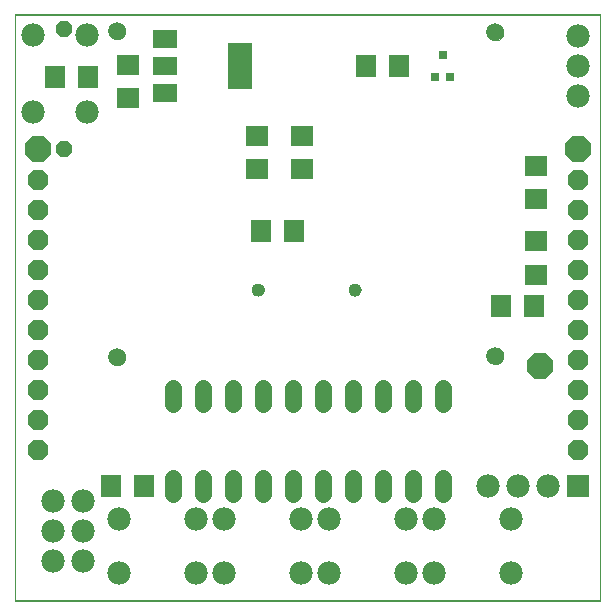
<source format=gbs>
G75*
G70*
%OFA0B0*%
%FSLAX24Y24*%
%IPPOS*%
%LPD*%
%AMOC8*
5,1,8,0,0,1.08239X$1,22.5*
%
%ADD10C,0.0000*%
%ADD11C,0.0434*%
%ADD12C,0.0591*%
%ADD13R,0.0749X0.0670*%
%ADD14OC8,0.0670*%
%ADD15R,0.0750X0.0670*%
%ADD16OC8,0.0890*%
%ADD17C,0.0560*%
%ADD18C,0.0780*%
%ADD19R,0.0670X0.0750*%
%ADD20R,0.0670X0.0749*%
%ADD21R,0.0780X0.0780*%
%ADD22OC8,0.0560*%
%ADD23R,0.0830X0.0630*%
%ADD24R,0.0830X0.1540*%
%ADD25R,0.0276X0.0257*%
D10*
X000736Y000100D02*
X000736Y019663D01*
X020252Y019663D01*
X020250Y019628D02*
X020250Y000128D01*
X000750Y000128D01*
X000750Y019628D01*
X020250Y019628D01*
X016477Y019071D02*
X016479Y019104D01*
X016485Y019136D01*
X016494Y019167D01*
X016507Y019197D01*
X016524Y019225D01*
X016544Y019251D01*
X016567Y019275D01*
X016592Y019295D01*
X016620Y019313D01*
X016649Y019327D01*
X016680Y019337D01*
X016712Y019344D01*
X016745Y019347D01*
X016778Y019346D01*
X016810Y019341D01*
X016841Y019332D01*
X016872Y019320D01*
X016900Y019304D01*
X016927Y019285D01*
X016951Y019263D01*
X016972Y019238D01*
X016991Y019211D01*
X017006Y019182D01*
X017017Y019152D01*
X017025Y019120D01*
X017029Y019087D01*
X017029Y019055D01*
X017025Y019022D01*
X017017Y018990D01*
X017006Y018960D01*
X016991Y018931D01*
X016972Y018904D01*
X016951Y018879D01*
X016927Y018857D01*
X016900Y018838D01*
X016872Y018822D01*
X016841Y018810D01*
X016810Y018801D01*
X016778Y018796D01*
X016745Y018795D01*
X016712Y018798D01*
X016680Y018805D01*
X016649Y018815D01*
X016620Y018829D01*
X016592Y018847D01*
X016567Y018867D01*
X016544Y018891D01*
X016524Y018917D01*
X016507Y018945D01*
X016494Y018975D01*
X016485Y019006D01*
X016479Y019038D01*
X016477Y019071D01*
X011871Y010489D02*
X011873Y010516D01*
X011879Y010543D01*
X011888Y010569D01*
X011901Y010593D01*
X011917Y010616D01*
X011936Y010635D01*
X011958Y010652D01*
X011982Y010666D01*
X012007Y010676D01*
X012034Y010683D01*
X012061Y010686D01*
X012089Y010685D01*
X012116Y010680D01*
X012142Y010672D01*
X012166Y010660D01*
X012189Y010644D01*
X012210Y010626D01*
X012227Y010605D01*
X012242Y010581D01*
X012253Y010556D01*
X012261Y010530D01*
X012265Y010503D01*
X012265Y010475D01*
X012261Y010448D01*
X012253Y010422D01*
X012242Y010397D01*
X012227Y010373D01*
X012210Y010352D01*
X012189Y010334D01*
X012167Y010318D01*
X012142Y010306D01*
X012116Y010298D01*
X012089Y010293D01*
X012061Y010292D01*
X012034Y010295D01*
X012007Y010302D01*
X011982Y010312D01*
X011958Y010326D01*
X011936Y010343D01*
X011917Y010362D01*
X011901Y010385D01*
X011888Y010409D01*
X011879Y010435D01*
X011873Y010462D01*
X011871Y010489D01*
X008643Y010489D02*
X008645Y010516D01*
X008651Y010543D01*
X008660Y010569D01*
X008673Y010593D01*
X008689Y010616D01*
X008708Y010635D01*
X008730Y010652D01*
X008754Y010666D01*
X008779Y010676D01*
X008806Y010683D01*
X008833Y010686D01*
X008861Y010685D01*
X008888Y010680D01*
X008914Y010672D01*
X008938Y010660D01*
X008961Y010644D01*
X008982Y010626D01*
X008999Y010605D01*
X009014Y010581D01*
X009025Y010556D01*
X009033Y010530D01*
X009037Y010503D01*
X009037Y010475D01*
X009033Y010448D01*
X009025Y010422D01*
X009014Y010397D01*
X008999Y010373D01*
X008982Y010352D01*
X008961Y010334D01*
X008939Y010318D01*
X008914Y010306D01*
X008888Y010298D01*
X008861Y010293D01*
X008833Y010292D01*
X008806Y010295D01*
X008779Y010302D01*
X008754Y010312D01*
X008730Y010326D01*
X008708Y010343D01*
X008689Y010362D01*
X008673Y010385D01*
X008660Y010409D01*
X008651Y010435D01*
X008645Y010462D01*
X008643Y010489D01*
X003879Y008245D02*
X003881Y008278D01*
X003887Y008310D01*
X003896Y008341D01*
X003909Y008371D01*
X003926Y008399D01*
X003946Y008425D01*
X003969Y008449D01*
X003994Y008469D01*
X004022Y008487D01*
X004051Y008501D01*
X004082Y008511D01*
X004114Y008518D01*
X004147Y008521D01*
X004180Y008520D01*
X004212Y008515D01*
X004243Y008506D01*
X004274Y008494D01*
X004302Y008478D01*
X004329Y008459D01*
X004353Y008437D01*
X004374Y008412D01*
X004393Y008385D01*
X004408Y008356D01*
X004419Y008326D01*
X004427Y008294D01*
X004431Y008261D01*
X004431Y008229D01*
X004427Y008196D01*
X004419Y008164D01*
X004408Y008134D01*
X004393Y008105D01*
X004374Y008078D01*
X004353Y008053D01*
X004329Y008031D01*
X004302Y008012D01*
X004274Y007996D01*
X004243Y007984D01*
X004212Y007975D01*
X004180Y007970D01*
X004147Y007969D01*
X004114Y007972D01*
X004082Y007979D01*
X004051Y007989D01*
X004022Y008003D01*
X003994Y008021D01*
X003969Y008041D01*
X003946Y008065D01*
X003926Y008091D01*
X003909Y008119D01*
X003896Y008149D01*
X003887Y008180D01*
X003881Y008212D01*
X003879Y008245D01*
X000736Y000100D02*
X020252Y000100D01*
X016477Y008284D02*
X016479Y008317D01*
X016485Y008349D01*
X016494Y008380D01*
X016507Y008410D01*
X016524Y008438D01*
X016544Y008464D01*
X016567Y008488D01*
X016592Y008508D01*
X016620Y008526D01*
X016649Y008540D01*
X016680Y008550D01*
X016712Y008557D01*
X016745Y008560D01*
X016778Y008559D01*
X016810Y008554D01*
X016841Y008545D01*
X016872Y008533D01*
X016900Y008517D01*
X016927Y008498D01*
X016951Y008476D01*
X016972Y008451D01*
X016991Y008424D01*
X017006Y008395D01*
X017017Y008365D01*
X017025Y008333D01*
X017029Y008300D01*
X017029Y008268D01*
X017025Y008235D01*
X017017Y008203D01*
X017006Y008173D01*
X016991Y008144D01*
X016972Y008117D01*
X016951Y008092D01*
X016927Y008070D01*
X016900Y008051D01*
X016872Y008035D01*
X016841Y008023D01*
X016810Y008014D01*
X016778Y008009D01*
X016745Y008008D01*
X016712Y008011D01*
X016680Y008018D01*
X016649Y008028D01*
X016620Y008042D01*
X016592Y008060D01*
X016567Y008080D01*
X016544Y008104D01*
X016524Y008130D01*
X016507Y008158D01*
X016494Y008188D01*
X016485Y008219D01*
X016479Y008251D01*
X016477Y008284D01*
X003879Y019111D02*
X003881Y019144D01*
X003887Y019176D01*
X003896Y019207D01*
X003909Y019237D01*
X003926Y019265D01*
X003946Y019291D01*
X003969Y019315D01*
X003994Y019335D01*
X004022Y019353D01*
X004051Y019367D01*
X004082Y019377D01*
X004114Y019384D01*
X004147Y019387D01*
X004180Y019386D01*
X004212Y019381D01*
X004243Y019372D01*
X004274Y019360D01*
X004302Y019344D01*
X004329Y019325D01*
X004353Y019303D01*
X004374Y019278D01*
X004393Y019251D01*
X004408Y019222D01*
X004419Y019192D01*
X004427Y019160D01*
X004431Y019127D01*
X004431Y019095D01*
X004427Y019062D01*
X004419Y019030D01*
X004408Y019000D01*
X004393Y018971D01*
X004374Y018944D01*
X004353Y018919D01*
X004329Y018897D01*
X004302Y018878D01*
X004274Y018862D01*
X004243Y018850D01*
X004212Y018841D01*
X004180Y018836D01*
X004147Y018835D01*
X004114Y018838D01*
X004082Y018845D01*
X004051Y018855D01*
X004022Y018869D01*
X003994Y018887D01*
X003969Y018907D01*
X003946Y018931D01*
X003926Y018957D01*
X003909Y018985D01*
X003896Y019015D01*
X003887Y019046D01*
X003881Y019078D01*
X003879Y019111D01*
D11*
X008840Y010489D03*
X012068Y010489D03*
D12*
X016753Y008284D03*
X016753Y019071D03*
X004155Y019111D03*
X004155Y008245D03*
D13*
X008831Y014513D03*
X008831Y015616D03*
X010329Y015608D03*
X010329Y014506D03*
X004500Y016891D03*
X004500Y017994D03*
X018121Y014604D03*
X018121Y013502D03*
D14*
X019500Y013128D03*
X019500Y014128D03*
X019500Y012128D03*
X019500Y011128D03*
X019500Y010128D03*
X019500Y009128D03*
X019500Y008128D03*
X019500Y007128D03*
X019500Y006128D03*
X019500Y005128D03*
X001500Y005128D03*
X001500Y006128D03*
X001500Y007128D03*
X001500Y008128D03*
X001500Y009128D03*
X001500Y010128D03*
X001500Y011128D03*
X001500Y012128D03*
X001500Y013128D03*
X001500Y014128D03*
D15*
X018112Y012101D03*
X018112Y010981D03*
D16*
X018250Y007943D03*
X019500Y015193D03*
X001500Y015193D03*
D17*
X005998Y007203D02*
X005998Y006683D01*
X006998Y006683D02*
X006998Y007203D01*
X007998Y007203D02*
X007998Y006683D01*
X008998Y006683D02*
X008998Y007203D01*
X009998Y007203D02*
X009998Y006683D01*
X010998Y006683D02*
X010998Y007203D01*
X011998Y007203D02*
X011998Y006683D01*
X012998Y006683D02*
X012998Y007203D01*
X013998Y007203D02*
X013998Y006683D01*
X014998Y006683D02*
X014998Y007203D01*
X014998Y004203D02*
X014998Y003683D01*
X013998Y003683D02*
X013998Y004203D01*
X012998Y004203D02*
X012998Y003683D01*
X011998Y003683D02*
X011998Y004203D01*
X010998Y004203D02*
X010998Y003683D01*
X009998Y003683D02*
X009998Y004203D01*
X008998Y004203D02*
X008998Y003683D01*
X007998Y003683D02*
X007998Y004203D01*
X006998Y004203D02*
X006998Y003683D01*
X005998Y003683D02*
X005998Y004203D01*
D18*
X006780Y002833D03*
X007720Y002833D03*
X007720Y001053D03*
X006780Y001053D03*
X004220Y001053D03*
X003000Y001443D03*
X003000Y002443D03*
X003000Y003443D03*
X002000Y003443D03*
X002000Y002443D03*
X002000Y001443D03*
X004220Y002833D03*
X010280Y002833D03*
X011220Y002833D03*
X011220Y001053D03*
X010280Y001053D03*
X013780Y001053D03*
X014720Y001053D03*
X014720Y002833D03*
X013780Y002833D03*
X016500Y003943D03*
X017500Y003943D03*
X018500Y003943D03*
X017280Y002833D03*
X017280Y001053D03*
X003140Y016413D03*
X001360Y016413D03*
X001360Y018973D03*
X003140Y018973D03*
X019500Y018943D03*
X019500Y017943D03*
X019500Y016943D03*
D19*
X013560Y017943D03*
X012440Y017943D03*
X016940Y009943D03*
X018060Y009943D03*
X003185Y017568D03*
X002065Y017568D03*
D20*
X008949Y012443D03*
X010051Y012443D03*
X005051Y003943D03*
X003949Y003943D03*
D21*
X019500Y003943D03*
D22*
X002375Y015193D03*
X002375Y019193D03*
D23*
X005760Y018853D03*
X005760Y017953D03*
X005760Y017053D03*
D24*
X008240Y017943D03*
D25*
X014744Y017578D03*
X015256Y017578D03*
X015000Y018307D03*
M02*

</source>
